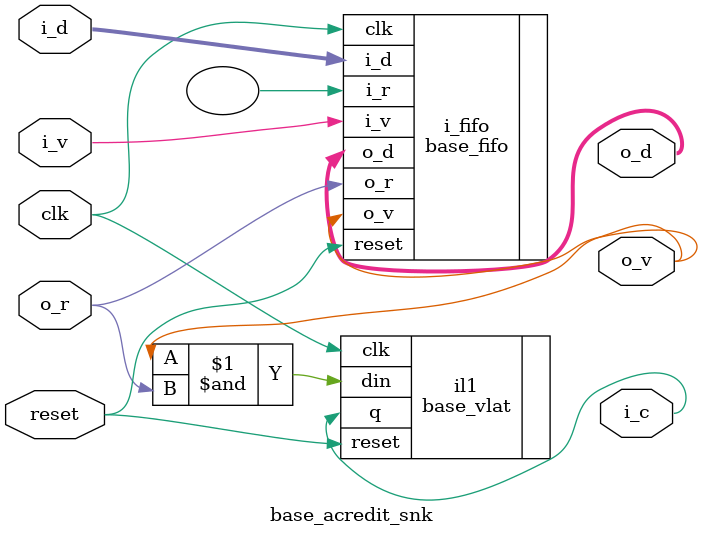
<source format=sv>
/*
 * Copyright 2017 IBM Corporation
 * Licensed to the Apache Software Foundation (ASF) under one
 * or more contributor license agreements.  See the NOTICE file
 * distributed with this work for additional information
 * regarding copyright ownership.  The ASF licenses this file
 * to you under the Apache License, Version 2.0 (the
 * "License"); you may not use this file except in compliance
 * with the License.  You may obtain a copy of the License at
 *
 *     http://www.apache.org/licenses/LICENSE-2.0
 *
 * Unless required by applicable law or agreed to in writing, software
 * distributed under the License is distributed on an "AS IS" BASIS,
 * WITHOUT WARRANTIES OR CONDITIONS OF ANY KIND, either express or implied.
 * See the License for the specific language governing permissions and
 * limitations under the License.
 *
 * Author: Andrew K Martin akmartin@us.ibm.com
 */

module base_acredit_snk#
(
  parameter credits     = 0,
  parameter log_credits = $clog2(credits),
  parameter width       = 0,
  parameter dist_ram    = 0,
  parameter block_ram   = 0,
  parameter output_reg  = 1
)
(
  input                 clk,
  input                 reset,

  input                 i_v,
  input  [0:width-1]    i_d,
  output                i_c,

  input                 o_r,
  output                o_v,
  output [0:width-1]    o_d
);

  base_fifo#(.width(width),.LOG_DEPTH(log_credits),.DEPTH(credits),.output_reg(output_reg)) i_fifo
  (
  .clk(clk),.reset(reset),
  .i_r(),.i_v(i_v),.i_d(i_d),
  .o_v(o_v),.o_r(o_r),.o_d(o_d)
  );

  base_vlat#(.width(1)) il1(.clk(clk),.reset(reset),.din(o_v&o_r),.q(i_c));

endmodule // base_acredit_snk

</source>
